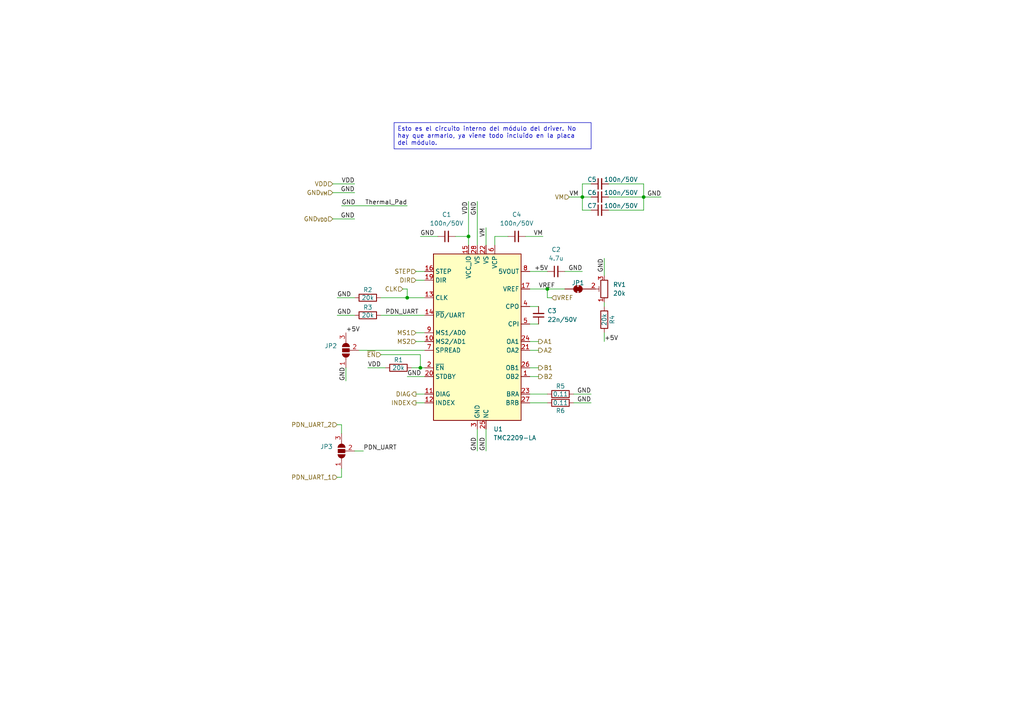
<source format=kicad_sch>
(kicad_sch (version 20250114) (generator "eeschema") (generator_version "9.0")
  (paper "A4")
  (lib_symbols
    (symbol "Device:C_Small" (pin_numbers (hide yes)) (pin_names (offset 0.254) (hide yes))
      (property "Reference" "C" (at 0.254 1.778 0))
      (property "Value" "C_Small" (at 0.254 -2.032 0))
      (symbol "C_Small_0_1"
        (polyline (pts (xy -1.524 0.508) (xy 1.524 0.508)) (stroke (width 0.3048)))
        (polyline (pts (xy -1.524 -0.508) (xy 1.524 -0.508)) (stroke (width 0.3302)))
      )
      (symbol "C_Small_1_1"
        (pin passive line (at 0 2.54 270) (length 2.032) (name "~") (number "1"))
        (pin passive line (at 0 -2.54 90) (length 2.032) (name "~") (number "2"))
      )
    )
    (symbol "Device:R" (pin_numbers (hide yes)) (pin_names (offset 0))
      (property "Reference" "R" (at 2.032 0 90))
      (property "Value" "R" (at 0 0 90))
      (symbol "R_0_1"
        (rectangle (start -1.016 -2.54) (end 1.016 2.54) (stroke (width 0.254)))
      )
      (symbol "R_1_1"
        (pin passive line (at 0 3.81 270) (length 1.27) (name "~") (number "1"))
        (pin passive line (at 0 -3.81 90) (length 1.27) (name "~") (number "2"))
      )
    )
    (symbol "Device:R_Potentiometer_Trim" (pin_names (offset 1.016) (hide yes))
      (property "Reference" "RV" (at -4.445 0 90))
      (property "Value" "R_Potentiometer_Trim" (at -2.54 0 90))
      (symbol "R_Potentiometer_Trim_0_1"
        (rectangle (start 1.016 2.54) (end -1.016 -2.54) (stroke (width 0.254)))
        (polyline (pts (xy 1.524 0.762) (xy 1.524 -0.762)))
        (polyline (pts (xy 2.54 0) (xy 1.524 0)))
      )
      (symbol "R_Potentiometer_Trim_1_1"
        (pin passive line (at 0 3.81 270) (length 1.27) (name "1") (number "1"))
        (pin passive line (at 0 -3.81 90) (length 1.27) (name "3") (number "3"))
        (pin passive line (at 3.81 0 180) (length 1.27) (name "2") (number "2"))
      )
    )
    (symbol "Driver_Motor:TMC2209-LA"
      (property "Reference" "U1" (at 4.6833 -25.4 0))
      (property "Value" "TMC2209-LA" (at 4.6833 -27.94 0))
      (symbol "TMC2209-LA_0_1"
        (rectangle (start -12.7 25.4) (end 12.7 -22.86) (stroke (width 0.254)) (fill (type background)))
      )
      (symbol "TMC2209-LA_1_1"
        (pin input line (at -15.24 20.32 0) (length 2.54) (name "STEP") (number "16"))
        (pin input line (at -15.24 17.78 0) (length 2.54) (name "DIR") (number "19"))
        (pin input line (at -15.24 12.7 0) (length 2.54) (name "CLK") (number "13"))
        (pin bidirectional line (at -15.24 7.62 0) (length 2.54) (name "~{PD}/UART") (number "14"))
        (pin input line (at -15.24 2.54 0) (length 2.54) (name "MS1/AD0") (number "9"))
        (pin input line (at -15.24 0 0) (length 2.54) (name "MS2/AD1") (number "10"))
        (pin input line (at -15.24 -2.54 0) (length 2.54) (name "SPREAD") (number "7"))
        (pin input line (at -15.24 -7.62 0) (length 2.54) (name "~{EN}") (number "2"))
        (pin input line (at -15.24 -10.16 0) (length 2.54) (name "STDBY") (number "20"))
        (pin output line (at -15.24 -15.24 0) (length 2.54) (name "DIAG") (number "11"))
        (pin output line (at -15.24 -17.78 0) (length 2.54) (name "INDEX") (number "12"))
        (pin power_in line (at -2.54 27.94 270) (length 2.54) (name "VCC_IO") (number "15"))
        (pin power_in line (at 0 27.94 270) (length 2.54) (name "VS") (number "28"))
        (pin passive line (at 0 -25.4 90) (length 2.54) (hide yes) (name "GND") (number "18"))
        (pin passive line (at 0 -25.4 90) (length 2.54) (hide yes) (name "GND") (number "29"))
        (pin power_in line (at 0 -25.4 90) (length 2.54) (name "GND") (number "3"))
        (pin power_in line (at 2.54 27.94 270) (length 2.54) (name "VS") (number "22"))
        (pin passive line (at 2.54 -25.4 90) (length 2.54) (name "NC") (number "25"))
        (pin output line (at 5.08 27.94 270) (length 2.54) (name "VCP") (number "6"))
        (pin power_out line (at 15.24 20.32 180) (length 2.54) (name "5VOUT") (number "8"))
        (pin passive line (at 15.24 15.24 180) (length 2.54) (name "VREF") (number "17"))
        (pin input line (at 15.24 10.16 180) (length 2.54) (name "CPO") (number "4"))
        (pin input line (at 15.24 5.08 180) (length 2.54) (name "CPI") (number "5"))
        (pin output line (at 15.24 0 180) (length 2.54) (name "OA1") (number "24"))
        (pin output line (at 15.24 -2.54 180) (length 2.54) (name "OA2") (number "21"))
        (pin output line (at 15.24 -7.62 180) (length 2.54) (name "OB1") (number "26"))
        (pin output line (at 15.24 -10.16 180) (length 2.54) (name "OB2") (number "1"))
        (pin input line (at 15.24 -15.24 180) (length 2.54) (name "BRA") (number "23"))
        (pin input line (at 15.24 -17.78 180) (length 2.54) (name "BRB") (number "27"))
      )
    )
    (symbol "Jumper:SolderJumper_2_Bridged" (pin_numbers (hide yes)) (pin_names (offset 0) (hide yes)) (in_bom no)
      (property "Reference" "JP" (at 0 2.032 0))
      (property "Value" "SolderJumper_2_Bridged" (at 0 -2.54 0))
      (symbol "SolderJumper_2_Bridged_0_1"
        (rectangle (start -0.508 0.508) (end 0.508 -0.508) (fill (type outline)))
        (polyline (pts (xy -0.254 1.016) (xy -0.254 -1.016)))
        (arc (start -0.254 -1.016) (mid -1.2656 0) (end -0.254 1.016))
        (arc (start -0.254 -1.016) (mid -1.2656 0) (end -0.254 1.016) (fill (type outline)))
        (arc (start 0.254 1.016) (mid 1.2656 0) (end 0.254 -1.016))
        (arc (start 0.254 1.016) (mid 1.2656 0) (end 0.254 -1.016) (fill (type outline)))
        (polyline (pts (xy 0.254 1.016) (xy 0.254 -1.016)))
      )
      (symbol "SolderJumper_2_Bridged_1_1"
        (pin passive line (at -3.81 0 0) (length 2.54) (name "A") (number "1"))
        (pin passive line (at 3.81 0 180) (length 2.54) (name "B") (number "2"))
      )
    )
    (symbol "Jumper:SolderJumper_3_Open" (pin_names (offset 0) (hide yes)) (in_bom no)
      (property "Reference" "JP" (at -2.54 -2.54 0))
      (property "Value" "SolderJumper_3_Open" (at 0 2.794 0))
      (symbol "SolderJumper_3_Open_0_1"
        (polyline (pts (xy -2.54 0) (xy -2.032 0)))
        (polyline (pts (xy -1.016 1.016) (xy -1.016 -1.016)))
        (arc (start -1.016 -1.016) (mid -2.0276 0) (end -1.016 1.016))
        (arc (start -1.016 -1.016) (mid -2.0276 0) (end -1.016 1.016) (fill (type outline)))
        (rectangle (start -0.508 1.016) (end 0.508 -1.016) (fill (type outline)))
        (polyline (pts (xy 0 -1.27) (xy 0 -1.016)))
        (arc (start 1.016 1.016) (mid 2.0276 0) (end 1.016 -1.016))
        (arc (start 1.016 1.016) (mid 2.0276 0) (end 1.016 -1.016) (fill (type outline)))
        (polyline (pts (xy 1.016 1.016) (xy 1.016 -1.016)))
        (polyline (pts (xy 2.54 0) (xy 2.032 0)))
      )
      (symbol "SolderJumper_3_Open_1_1"
        (pin passive line (at -5.08 0 0) (length 2.54) (name "A") (number "1"))
        (pin passive line (at 0 -3.81 90) (length 2.54) (name "C") (number "2"))
        (pin passive line (at 5.08 0 180) (length 2.54) (name "B") (number "3"))
      )
    )
  )
  (text_box "Esto es el circuito interno del módulo del driver. No hay que armarlo, ya viene todo incluido en la placa del módulo." (at 114.3 35.56 0) (size 57.15 7.62) (margins 0.9525 0.9525 0.9525 0.9525) (effects (font (size 1.27 1.27)) (justify left top)))
  (junction (at 168.91 57.15))
  (junction (at 135.89 68.58))
  (junction (at 186.69 57.15))
  (junction (at 158.75 83.82))
  (junction (at 118.11 86.36))
  (junction (at 121.92 106.68))
  (wire (pts (xy 140.97 130.81) (xy 140.97 124.46)))
  (wire (pts (xy 143.51 71.12) (xy 143.51 68.58)))
  (wire (pts (xy 120.65 114.3) (xy 123.19 114.3)))
  (wire (pts (xy 104.14 101.6) (xy 123.19 101.6)))
  (wire (pts (xy 157.48 68.58) (xy 152.4 68.58)))
  (wire (pts (xy 97.79 91.44) (xy 102.87 91.44)))
  (wire (pts (xy 138.43 130.81) (xy 138.43 124.46)))
  (wire (pts (xy 176.53 53.34) (xy 186.69 53.34)))
  (wire (pts (xy 175.26 74.93) (xy 175.26 80.01)))
  (wire (pts (xy 186.69 57.15) (xy 176.53 57.15)))
  (wire (pts (xy 163.83 83.82) (xy 158.75 83.82)))
  (wire (pts (xy 186.69 57.15) (xy 191.77 57.15)))
  (wire (pts (xy 153.67 93.98) (xy 156.21 93.98)))
  (wire (pts (xy 186.69 53.34) (xy 186.69 57.15)))
  (wire (pts (xy 175.26 87.63) (xy 175.26 88.9)))
  (wire (pts (xy 135.89 58.42) (xy 135.89 68.58)))
  (wire (pts (xy 99.06 123.19) (xy 99.06 125.73)))
  (wire (pts (xy 171.45 53.34) (xy 168.91 53.34)))
  (wire (pts (xy 143.51 68.58) (xy 147.32 68.58)))
  (wire (pts (xy 165.1 57.15) (xy 168.91 57.15)))
  (wire (pts (xy 102.87 63.5) (xy 96.52 63.5)))
  (wire (pts (xy 102.87 53.34) (xy 96.52 53.34)))
  (wire (pts (xy 99.06 138.43) (xy 97.79 138.43)))
  (wire (pts (xy 138.43 58.42) (xy 138.43 71.12)))
  (wire (pts (xy 120.65 116.84) (xy 123.19 116.84)))
  (wire (pts (xy 120.65 99.06) (xy 123.19 99.06)))
  (wire (pts (xy 158.75 116.84) (xy 153.67 116.84)))
  (wire (pts (xy 135.89 68.58) (xy 135.89 71.12)))
  (wire (pts (xy 175.26 99.06) (xy 175.26 96.52)))
  (wire (pts (xy 186.69 60.96) (xy 186.69 57.15)))
  (wire (pts (xy 153.67 106.68) (xy 156.21 106.68)))
  (wire (pts (xy 120.65 81.28) (xy 123.19 81.28)))
  (wire (pts (xy 132.08 68.58) (xy 135.89 68.58)))
  (wire (pts (xy 168.91 60.96) (xy 168.91 57.15)))
  (wire (pts (xy 120.65 78.74) (xy 123.19 78.74)))
  (wire (pts (xy 158.75 83.82) (xy 153.67 83.82)))
  (wire (pts (xy 99.06 135.89) (xy 99.06 138.43)))
  (wire (pts (xy 140.97 66.04) (xy 140.97 71.12)))
  (wire (pts (xy 116.84 83.82) (xy 118.11 83.82)))
  (wire (pts (xy 158.75 114.3) (xy 153.67 114.3)))
  (wire (pts (xy 110.49 86.36) (xy 118.11 86.36)))
  (wire (pts (xy 102.87 130.81) (xy 105.41 130.81)))
  (wire (pts (xy 121.92 106.68) (xy 123.19 106.68)))
  (wire (pts (xy 153.67 99.06) (xy 156.21 99.06)))
  (wire (pts (xy 118.11 109.22) (xy 123.19 109.22)))
  (wire (pts (xy 176.53 60.96) (xy 186.69 60.96)))
  (wire (pts (xy 97.79 86.36) (xy 102.87 86.36)))
  (wire (pts (xy 100.33 110.49) (xy 100.33 106.68)))
  (wire (pts (xy 171.45 60.96) (xy 168.91 60.96)))
  (wire (pts (xy 153.67 88.9) (xy 156.21 88.9)))
  (wire (pts (xy 153.67 78.74) (xy 158.75 78.74)))
  (wire (pts (xy 110.49 91.44) (xy 123.19 91.44)))
  (wire (pts (xy 119.38 106.68) (xy 121.92 106.68)))
  (wire (pts (xy 97.79 123.19) (xy 99.06 123.19)))
  (wire (pts (xy 171.45 116.84) (xy 166.37 116.84)))
  (wire (pts (xy 171.45 114.3) (xy 166.37 114.3)))
  (wire (pts (xy 168.91 78.74) (xy 163.83 78.74)))
  (wire (pts (xy 121.92 102.87) (xy 121.92 106.68)))
  (wire (pts (xy 156.21 109.22) (xy 153.67 109.22)))
  (wire (pts (xy 106.68 106.68) (xy 111.76 106.68)))
  (wire (pts (xy 102.87 55.88) (xy 96.52 55.88)))
  (wire (pts (xy 110.49 102.87) (xy 121.92 102.87)))
  (wire (pts (xy 168.91 53.34) (xy 168.91 57.15)))
  (wire (pts (xy 158.75 83.82) (xy 158.75 86.36)))
  (wire (pts (xy 153.67 101.6) (xy 156.21 101.6)))
  (wire (pts (xy 121.92 68.58) (xy 127 68.58)))
  (wire (pts (xy 118.11 86.36) (xy 123.19 86.36)))
  (wire (pts (xy 168.91 57.15) (xy 171.45 57.15)))
  (wire (pts (xy 160.02 86.36) (xy 158.75 86.36)))
  (wire (pts (xy 120.65 96.52) (xy 123.19 96.52)))
  (wire (pts (xy 118.11 83.82) (xy 118.11 86.36)))
  (wire (pts (xy 118.11 59.69) (xy 99.06 59.69)))
  (label "+5V" (at 154.94 78.74 0))
  (label "VDD" (at 102.87 53.34 180))
  (label "GND" (at 121.92 68.58 0))
  (label "GND" (at 102.87 63.5 180))
  (label "Thermal_Pad" (at 118.11 59.69 180))
  (label "PDN_UART" (at 105.41 130.81 0))
  (label "GND" (at 99.06 59.69 0))
  (label "VREF" (at 156.21 83.82 0))
  (label "GND" (at 118.11 109.22 0))
  (label "PDN_UART" (at 111.76 91.44 0))
  (label "GND" (at 175.26 74.93 270))
  (label "GND" (at 102.87 55.88 180))
  (label "GND" (at 100.33 110.49 90))
  (label "VM" (at 140.97 66.04 270))
  (label "GND" (at 140.97 130.81 90))
  (label "+5V" (at 175.26 99.06 0))
  (label "+5V" (at 100.33 96.52 0))
  (label "VDD" (at 135.89 58.42 270))
  (label "GND" (at 97.79 86.36 0))
  (label "GND" (at 168.91 78.74 180))
  (label "GND" (at 97.79 91.44 0))
  (label "GND" (at 191.77 57.15 180))
  (label "GND" (at 171.45 114.3 180))
  (label "GND" (at 138.43 58.42 270))
  (label "GND" (at 138.43 130.81 90))
  (label "GND" (at 171.45 116.84 180))
  (label "VM" (at 165.1 57.15 0))
  (label "VM" (at 157.48 68.58 180))
  (label "VDD" (at 106.68 106.68 0))
  (hierarchical_label "B2" (shape output) (at 156.21 109.22 0))
  (hierarchical_label "A1" (shape output) (at 156.21 99.06 0))
  (hierarchical_label "A2" (shape output) (at 156.21 101.6 0))
  (hierarchical_label "GND_{VDD}" (shape input) (at 96.52 63.5 180))
  (hierarchical_label "MS1" (shape input) (at 120.65 96.52 180))
  (hierarchical_label "INDEX" (shape output) (at 120.65 116.84 180))
  (hierarchical_label "DIR" (shape input) (at 120.65 81.28 180))
  (hierarchical_label "MS2" (shape input) (at 120.65 99.06 180))
  (hierarchical_label "STEP" (shape input) (at 120.65 78.74 180))
  (hierarchical_label "PDN_UART_1" (shape input) (at 97.79 138.43 180))
  (hierarchical_label "VM" (shape input) (at 165.1 57.15 180))
  (hierarchical_label "DIAG" (shape output) (at 120.65 114.3 180))
  (hierarchical_label "PDN_UART_2" (shape input) (at 97.79 123.19 180))
  (hierarchical_label "GND_{VM}" (shape input) (at 96.52 55.88 180))
  (hierarchical_label "VDD" (shape input) (at 96.52 53.34 180))
  (hierarchical_label "CLK" (shape input) (at 116.84 83.82 180))
  (hierarchical_label "~{EN}" (shape input) (at 110.49 102.87 180))
  (hierarchical_label "B1" (shape output) (at 156.21 106.68 0))
  (hierarchical_label "VREF" (shape input) (at 160.02 86.36 0))
  (symbol (lib_id "Device:C_Small") (at 149.86 68.58 90) (unit 1)
    (property "Reference" "C4" (at 149.8663 62.23 90))
    (property "Value" "100n/50V" (at 149.8663 64.77 90))
    (property "Description" "Unpolarized capacitor, small symbol" (effects (hide yes)))
  )
  (symbol (lib_id "Device:R") (at 106.68 86.36 90) (unit 1)
    (property "Reference" "R2" (at 106.68 84.074 90))
    (property "Value" "20k" (at 106.68 86.36 90))
    (property "Description" "Resistor" (effects (hide yes)))
  )
  (symbol (lib_id "Device:C_Small") (at 129.54 68.58 90) (unit 1)
    (property "Reference" "C1" (at 129.5463 62.23 90))
    (property "Value" "100n/50V" (at 129.5463 64.77 90))
    (property "Description" "Unpolarized capacitor, small symbol" (effects (hide yes)))
  )
  (symbol (lib_id "Device:R_Potentiometer_Trim") (at 175.26 83.82 180) (unit 1)
    (property "Reference" "RV1" (at 177.8 82.5499 0) (effects (justify right)))
    (property "Value" "20k" (at 177.8 85.0899 0) (effects (justify right)))
    (property "Description" "Trim-potentiometer" (effects (hide yes)))
  )
  (symbol (lib_id "Jumper:SolderJumper_3_Open") (at 100.33 101.6 90) (unit 1) (in_bom no)
    (property "Reference" "JP2" (at 97.79 100.3299 90) (effects (justify left)))
    (property "Value" "SolderJumper_3_Open" (effects (hide yes)))
    (property "Description" "Solder Jumper, 3-pole, open" (effects (hide yes)))
  )
  (symbol (lib_id "Device:C_Small") (at 173.99 60.96 90) (unit 1)
    (property "Reference" "C7" (at 171.704 59.69 90))
    (property "Value" "100n/50V" (at 180.086 59.69 90))
    (property "Description" "Unpolarized capacitor, small symbol" (effects (hide yes)))
  )
  (symbol (lib_id "Device:R") (at 162.56 116.84 90) (unit 1)
    (property "Reference" "R6" (at 162.56 119.126 90))
    (property "Value" "0.11" (at 162.56 116.84 90))
    (property "Description" "Resistor" (effects (hide yes)))
  )
  (symbol (lib_id "Device:R") (at 162.56 114.3 90) (unit 1)
    (property "Reference" "R5" (at 162.56 112.014 90))
    (property "Value" "0.11" (at 162.56 114.3 90))
    (property "Description" "Resistor" (effects (hide yes)))
  )
  (symbol (lib_id "Device:R") (at 106.68 91.44 90) (unit 1)
    (property "Reference" "R3" (at 106.68 89.154 90))
    (property "Value" "20k" (at 106.68 91.44 90))
    (property "Description" "Resistor" (effects (hide yes)))
  )
  (symbol (lib_id "Device:R") (at 115.57 106.68 90) (unit 1)
    (property "Reference" "R1" (at 115.57 104.394 90))
    (property "Value" "20k" (at 115.57 106.68 90))
    (property "Description" "Resistor" (effects (hide yes)))
  )
  (symbol (lib_id "Device:C_Small") (at 161.29 78.74 90) (unit 1)
    (property "Reference" "C2" (at 161.2963 72.39 90))
    (property "Value" "4.7u" (at 161.2963 74.93 90))
    (property "Description" "Unpolarized capacitor, small symbol" (effects (hide yes)))
  )
  (symbol (lib_id "Device:C_Small") (at 173.99 53.34 90) (unit 1)
    (property "Reference" "C5" (at 171.704 52.07 90))
    (property "Value" "100n/50V" (at 180.086 52.07 90))
    (property "Description" "Unpolarized capacitor, small symbol" (effects (hide yes)))
  )
  (symbol (lib_id "Jumper:SolderJumper_2_Bridged") (at 167.64 83.82 0) (unit 1) (in_bom no)
    (property "Reference" "JP1" (at 167.64 82.042 0))
    (property "Value" "SolderJumper_2_Bridged" (effects (hide yes)))
    (property "Description" "Solder Jumper, 2-pole, closed/bridged" (effects (hide yes)))
  )
  (symbol (lib_id "Device:C_Small") (at 173.99 57.15 90) (unit 1)
    (property "Reference" "C6" (at 171.704 55.88 90))
    (property "Value" "100n/50V" (at 180.086 55.88 90))
    (property "Description" "Unpolarized capacitor, small symbol" (effects (hide yes)))
  )
  (symbol (lib_id "Driver_Motor:TMC2209-LA") (at 138.43 99.06 0) (unit 1)
    (property "Reference" "U1" (at 143.1133 124.46 0) (effects (justify left)))
    (property "Value" "TMC2209-LA" (at 143.1133 127 0) (effects (justify left)))
    (property "Footprint" "Package_DFN_QFN:VQFN-28-1EP_5x5mm_P0.5mm_EP3.7x3.7mm_ThermalVias" (effects (hide yes)))
    (property "Datasheet" "https://www.analog.com/media/en/technical-documentation/data-sheets/TMC2209_datasheet_rev1.09.pdf" (effects (hide yes)))
    (property "Description" "2-phase stepper motor driver, 256 µSteps, 2.8A peak, 2.0A RMS, VS = 4.75..29V, STEP/DIR and UART interface, VQFN-28" (effects (hide yes)))
  )
  (symbol (lib_id "Device:C_Small") (at 156.21 91.44 180) (unit 1)
    (property "Reference" "C3" (at 158.75 90.1635 0) (effects (justify right)))
    (property "Value" "22n/50V" (at 158.75 92.7035 0) (effects (justify right)))
    (property "Description" "Unpolarized capacitor, small symbol" (effects (hide yes)))
  )
  (symbol (lib_id "Jumper:SolderJumper_3_Open") (at 99.06 130.81 90) (unit 1) (in_bom no)
    (property "Reference" "JP3" (at 96.52 129.5399 90) (effects (justify left)))
    (property "Value" "SolderJumper_3_Open" (effects (hide yes)))
    (property "Description" "Solder Jumper, 3-pole, open" (effects (hide yes)))
  )
  (symbol (lib_id "Device:R") (at 175.26 92.71 0) (unit 1)
    (property "Reference" "R4" (at 177.546 92.71 90))
    (property "Value" "20k" (at 175.26 92.71 90))
    (property "Description" "Resistor" (effects (hide yes)))
  )
)
</source>
